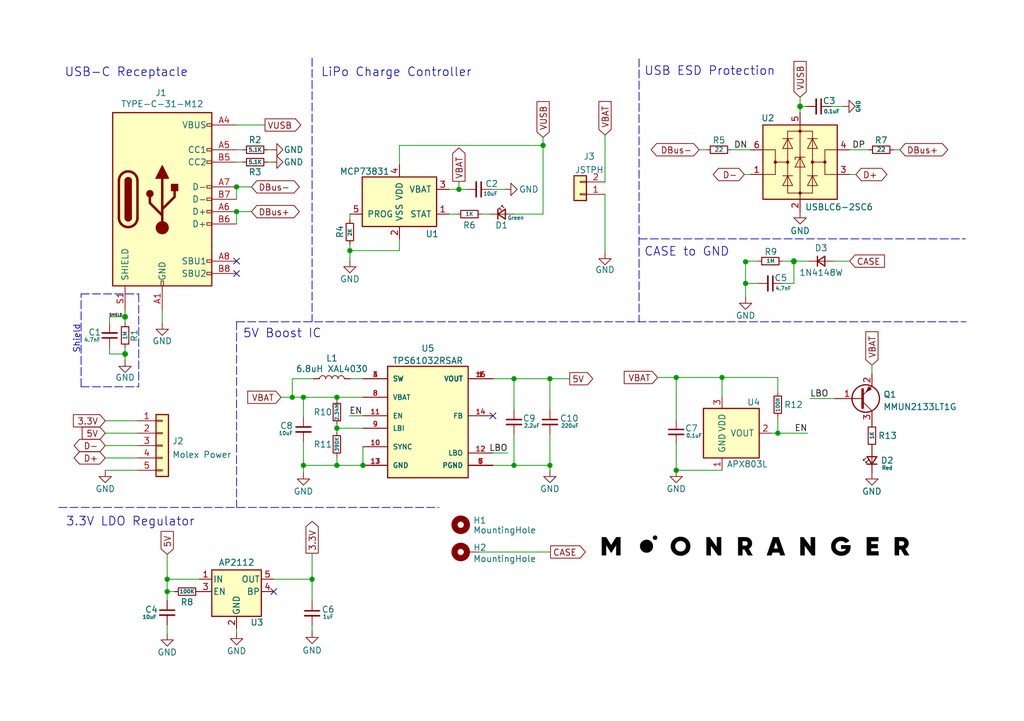
<source format=kicad_sch>
(kicad_sch (version 20211123) (generator eeschema)
  (paper "A5")
  (title_block (title "Luna65 Daughter Board") (date "2022-03-04") (rev "C") (company "Neil Khera"))
  (lib_symbols
    (symbol "Battery_Management:MCP73831-2-OT" (pin_names (offset 1.016))
      (property "Reference" "U" (at -7.62 6.35 0))
      (property "Value" "MCP73831-2-OT" (at 1.27 6.35 0))
      (symbol "MCP73831-2-OT_0_1"
        (rectangle (start -7.62 5.08) (end 7.62 -5.08) (stroke (width 0.254)) (fill (type background)))
      )
      (symbol "MCP73831-2-OT_1_1"
        (pin output line (at 10.16 -2.54 180) (length 2.54) (name "STAT") (number "1"))
        (pin power_in line (at 0 -7.62 90) (length 2.54) (name "VSS") (number "2"))
        (pin power_out line (at 10.16 2.54 180) (length 2.54) (name "VBAT") (number "3"))
        (pin power_in line (at 0 7.62 270) (length 2.54) (name "VDD") (number "4"))
        (pin input line (at -10.16 -2.54 0) (length 2.54) (name "PROG") (number "5"))
      )
    )
    (symbol "Connector_Generic:Conn_01x02" (pin_names (offset 1.016) hide)
      (property "Reference" "J" (at 0 2.54 0))
      (property "Value" "Conn_01x02" (at 0 -5.08 0))
      (symbol "Conn_01x02_1_1"
        (rectangle (start -1.27 -2.413) (end 0 -2.667) (stroke (width 0.1524)))
        (rectangle (start -1.27 0.127) (end 0 -0.127) (stroke (width 0.1524)))
        (rectangle (start -1.27 1.27) (end 1.27 -3.81) (stroke (width 0.254)) (fill (type background)))
        (pin passive line (at -5.08 0 0) (length 3.81) (name "Pin_1") (number "1"))
        (pin passive line (at -5.08 -2.54 0) (length 3.81) (name "Pin_2") (number "2"))
      )
    )
    (symbol "Connector_Generic:Conn_01x05" (pin_names (offset 1.016) hide)
      (property "Reference" "J" (at 0 7.62 0))
      (property "Value" "Conn_01x05" (at 0 -7.62 0))
      (symbol "Conn_01x05_1_1"
        (rectangle (start -1.27 -4.953) (end 0 -5.207) (stroke (width 0.1524)))
        (rectangle (start -1.27 -2.413) (end 0 -2.667) (stroke (width 0.1524)))
        (rectangle (start -1.27 0.127) (end 0 -0.127) (stroke (width 0.1524)))
        (rectangle (start -1.27 2.667) (end 0 2.413) (stroke (width 0.1524)))
        (rectangle (start -1.27 5.207) (end 0 4.953) (stroke (width 0.1524)))
        (rectangle (start -1.27 6.35) (end 1.27 -6.35) (stroke (width 0.254)) (fill (type background)))
        (pin passive line (at -5.08 5.08 0) (length 3.81) (name "Pin_1") (number "1"))
        (pin passive line (at -5.08 2.54 0) (length 3.81) (name "Pin_2") (number "2"))
        (pin passive line (at -5.08 0 0) (length 3.81) (name "Pin_3") (number "3"))
        (pin passive line (at -5.08 -2.54 0) (length 3.81) (name "Pin_4") (number "4"))
        (pin passive line (at -5.08 -5.08 0) (length 3.81) (name "Pin_5") (number "5"))
      )
    )
    (symbol "Device:C_Small" (pin_numbers hide) (pin_names (offset 0.254) hide)
      (property "Reference" "C" (at 0.254 1.778 0))
      (property "Value" "C_Small" (at 0.254 -2.032 0))
      (symbol "C_Small_0_1"
        (polyline (pts (xy -1.524 -0.508) (xy 1.524 -0.508)) (stroke (width 0.3302)))
        (polyline (pts (xy -1.524 0.508) (xy 1.524 0.508)) (stroke (width 0.3048)))
      )
      (symbol "C_Small_1_1"
        (pin passive line (at 0 2.54 270) (length 2.032) (name "~") (number "1"))
        (pin passive line (at 0 -2.54 90) (length 2.032) (name "~") (number "2"))
      )
    )
    (symbol "Device:D_Small" (pin_numbers hide) (pin_names (offset 0.254) hide)
      (property "Reference" "D" (at -1.27 2.032 0))
      (property "Value" "D_Small" (at -3.81 -2.032 0))
      (symbol "D_Small_0_1"
        (polyline (pts (xy -0.762 -1.016) (xy -0.762 1.016)) (stroke (width 0.254)))
        (polyline (pts (xy -0.762 0) (xy 0.762 0)))
        (polyline (pts (xy 0.762 -1.016) (xy -0.762 0) (xy 0.762 1.016) (xy 0.762 -1.016)) (stroke (width 0.254)))
      )
      (symbol "D_Small_1_1"
        (pin passive line (at -2.54 0 0) (length 1.778) (name "K") (number "1"))
        (pin passive line (at 2.54 0 180) (length 1.778) (name "A") (number "2"))
      )
    )
    (symbol "Device:L" (pin_numbers hide) (pin_names (offset 1.016) hide)
      (property "Reference" "L" (at -1.27 0 90))
      (property "Value" "L" (at 1.905 0 90))
      (symbol "L_0_1"
        (arc (start 0 -2.54) (mid 0.635 -1.905) (end 0 -1.27))
        (arc (start 0 -1.27) (mid 0.635 -0.635) (end 0 0))
        (arc (start 0 0) (mid 0.635 0.635) (end 0 1.27))
        (arc (start 0 1.27) (mid 0.635 1.905) (end 0 2.54))
      )
      (symbol "L_1_1"
        (pin passive line (at 0 3.81 270) (length 1.27) (name "1") (number "1"))
        (pin passive line (at 0 -3.81 90) (length 1.27) (name "2") (number "2"))
      )
    )
    (symbol "Device:LED_Small" (pin_numbers hide) (pin_names (offset 0.254) hide)
      (property "Reference" "D" (at -1.27 3.175 0))
      (property "Value" "LED_Small" (at -4.445 -2.54 0))
      (symbol "LED_Small_0_1"
        (polyline (pts (xy -0.762 -1.016) (xy -0.762 1.016)) (stroke (width 0.254)))
        (polyline (pts (xy 1.016 0) (xy -0.762 0)))
        (polyline (pts (xy 0.762 -1.016) (xy -0.762 0) (xy 0.762 1.016) (xy 0.762 -1.016)) (stroke (width 0.254)))
        (polyline (pts (xy 0 0.762) (xy -0.508 1.27) (xy -0.254 1.27) (xy -0.508 1.27) (xy -0.508 1.016)))
        (polyline (pts (xy 0.508 1.27) (xy 0 1.778) (xy 0.254 1.778) (xy 0 1.778) (xy 0 1.524)))
      )
      (symbol "LED_Small_1_1"
        (pin passive line (at -2.54 0 0) (length 1.778) (name "K") (number "1"))
        (pin passive line (at 2.54 0 180) (length 1.778) (name "A") (number "2"))
      )
    )
    (symbol "Device:R_Small" (pin_numbers hide) (pin_names (offset 0.254) hide)
      (property "Reference" "R" (at 0.762 0.508 0))
      (property "Value" "R_Small" (at 0.762 -1.016 0))
      (symbol "R_Small_0_1"
        (rectangle (start -0.762 1.778) (end 0.762 -1.778) (stroke (width 0.2032)))
      )
      (symbol "R_Small_1_1"
        (pin passive line (at 0 2.54 270) (length 0.762) (name "~") (number "1"))
        (pin passive line (at 0 -2.54 90) (length 0.762) (name "~") (number "2"))
      )
    )
    (symbol "Mechanical:MountingHole" (pin_names (offset 1.016))
      (property "Reference" "H" (at 0 5.08 0))
      (property "Value" "MountingHole" (at 0 3.175 0))
      (symbol "MountingHole_0_1"
        (circle (center 0 0) (radius 1.27) (stroke (width 1.27)))
      )
    )
    (symbol "Mechanical:MountingHole_Pad" (pin_numbers hide) (pin_names (offset 1.016) hide)
      (property "Reference" "H" (at 0 6.35 0))
      (property "Value" "MountingHole_Pad" (at 0 4.445 0))
      (symbol "MountingHole_Pad_0_1"
        (circle (center 0 1.27) (radius 1.27) (stroke (width 1.27)))
      )
      (symbol "MountingHole_Pad_1_1"
        (pin input line (at 0 -2.54 90) (length 2.54) (name "1") (number "1"))
      )
    )
    (symbol "Power_Management:BD49KxxG" (pin_names (offset 1.016))
      (property "Reference" "U" (at -3.81 6.35 0))
      (property "Value" "BD49KxxG" (at -5.08 0 90))
      (symbol "BD49KxxG_1_1"
        (rectangle (start -3.81 5.08) (end 7.62 -5.08) (stroke (width 0.254)) (fill (type background)))
        (pin power_in line (at 0 -7.62 90) (length 2.54) (name "GND") (number "1"))
        (pin output line (at 10.16 0 180) (length 2.54) (name "VOUT") (number "2"))
        (pin power_in line (at 0 7.62 270) (length 2.54) (name "VDD") (number "3"))
      )
    )
    (symbol "Power_Protection:USBLC6-2SC6" (pin_names hide)
      (property "Reference" "U" (at 2.54 8.89 0))
      (property "Value" "USBLC6-2SC6" (at 2.54 -8.89 0))
      (symbol "USBLC6-2SC6_0_1"
        (rectangle (start -7.62 -7.62) (end 7.62 7.62) (stroke (width 0.254)) (fill (type background)))
        (circle (center -5.08 0) (radius 0.254) (fill (type outline)))
        (circle (center -2.54 0) (radius 0.254) (fill (type outline)))
        (rectangle (start -2.54 6.35) (end 2.54 -6.35))
        (circle (center 0 -6.35) (radius 0.254) (fill (type outline)))
        (polyline (pts (xy -5.08 -2.54) (xy -7.62 -2.54)))
        (polyline (pts (xy -5.08 0) (xy -5.08 -2.54)))
        (polyline (pts (xy -5.08 2.54) (xy -7.62 2.54)))
        (polyline (pts (xy -1.524 -2.794) (xy -3.556 -2.794)))
        (polyline (pts (xy -1.524 4.826) (xy -3.556 4.826)))
        (polyline (pts (xy 0 -7.62) (xy 0 -6.35)))
        (polyline (pts (xy 0 -6.35) (xy 0 1.27)))
        (polyline (pts (xy 0 1.27) (xy 0 6.35)))
        (polyline (pts (xy 0 6.35) (xy 0 7.62)))
        (polyline (pts (xy 1.524 -2.794) (xy 3.556 -2.794)))
        (polyline (pts (xy 1.524 4.826) (xy 3.556 4.826)))
        (polyline (pts (xy 5.08 -2.54) (xy 7.62 -2.54)))
        (polyline (pts (xy 5.08 0) (xy 5.08 -2.54)))
        (polyline (pts (xy 5.08 2.54) (xy 7.62 2.54)))
        (polyline (pts (xy -2.54 0) (xy -5.08 0) (xy -5.08 2.54)))
        (polyline (pts (xy 2.54 0) (xy 5.08 0) (xy 5.08 2.54)))
        (polyline (pts (xy -3.556 -4.826) (xy -1.524 -4.826) (xy -2.54 -2.794) (xy -3.556 -4.826)))
        (polyline (pts (xy -3.556 2.794) (xy -1.524 2.794) (xy -2.54 4.826) (xy -3.556 2.794)))
        (polyline (pts (xy -1.016 -1.016) (xy 1.016 -1.016) (xy 0 1.016) (xy -1.016 -1.016)))
        (polyline (pts (xy 1.016 1.016) (xy 0.762 1.016) (xy -1.016 1.016) (xy -1.016 0.508)))
        (polyline (pts (xy 3.556 -4.826) (xy 1.524 -4.826) (xy 2.54 -2.794) (xy 3.556 -4.826)))
        (polyline (pts (xy 3.556 2.794) (xy 1.524 2.794) (xy 2.54 4.826) (xy 3.556 2.794)))
        (circle (center 0 6.35) (radius 0.254) (fill (type outline)))
        (circle (center 2.54 0) (radius 0.254) (fill (type outline)))
        (circle (center 5.08 0) (radius 0.254) (fill (type outline)))
      )
      (symbol "USBLC6-2SC6_1_1"
        (pin passive line (at -10.16 -2.54 0) (length 2.54) (name "I/O1") (number "1"))
        (pin passive line (at 0 -10.16 90) (length 2.54) (name "GND") (number "2"))
        (pin passive line (at 10.16 -2.54 180) (length 2.54) (name "I/O2") (number "3"))
        (pin passive line (at 10.16 2.54 180) (length 2.54) (name "I/O2") (number "4"))
        (pin passive line (at 0 10.16 270) (length 2.54) (name "VBUS") (number "5"))
        (pin passive line (at -10.16 2.54 0) (length 2.54) (name "I/O1") (number "6"))
      )
    )
    (symbol "Regulator_Linear:SPX3819M5-L-3-3" (pin_names (offset 0.254))
      (property "Reference" "U" (at -3.81 5.715 0))
      (property "Value" "SPX3819M5-L-3-3" (at 0 5.715 0))
      (symbol "SPX3819M5-L-3-3_0_1"
        (rectangle (start -5.08 4.445) (end 5.08 -5.08) (stroke (width 0.254)) (fill (type background)))
      )
      (symbol "SPX3819M5-L-3-3_1_1"
        (pin power_in line (at -7.62 2.54 0) (length 2.54) (name "IN") (number "1"))
        (pin power_in line (at 0 -7.62 90) (length 2.54) (name "GND") (number "2"))
        (pin input line (at -7.62 0 0) (length 2.54) (name "EN") (number "3"))
        (pin input line (at 7.62 0 180) (length 2.54) (name "BP") (number "4"))
        (pin power_out line (at 7.62 2.54 180) (length 2.54) (name "OUT") (number "5"))
      )
    )
    (symbol "TPS61032RSAR:TPS61032RSAR" (pin_names (offset 1.016))
      (property "Reference" "U5" (at -4.445 18.9398 0))
      (property "Value" "TPS61032RSAR" (at -4.445 16.4029 0))
      (symbol "TPS61032RSAR_0_0"
        (rectangle (start -12.7 15.24) (end 3.81 -7.62) (stroke (width 0.254)) (fill (type background)))
        (pin output line (at 8.89 12.7 180) (length 5.08) (name "VOUT") (number "1"))
        (pin input line (at -17.78 -1.27 0) (length 5.08) (name "SYNC") (number "10"))
        (pin input line (at -17.78 5.08 0) (length 5.08) (name "EN") (number "11"))
        (pin output line (at 8.89 -2.54 180) (length 5.08) (name "LBO") (number "12"))
        (pin power_in line (at -17.78 -5.08 0) (length 5.08) (name "GND") (number "13"))
        (pin input line (at 8.89 5.08 180) (length 5.08) (name "FB") (number "14"))
        (pin output line (at 8.89 12.7 180) (length 5.08) (name "VOUT") (number "15"))
        (pin output line (at 8.89 12.7 180) (length 5.08) (name "VOUT") (number "16"))
        (pin power_in line (at -17.78 -5.08 0) (length 5.08) (name "GND") (number "17"))
        (pin input line (at -17.78 12.7 0) (length 5.08) (name "SW") (number "3"))
        (pin input line (at -17.78 12.7 0) (length 5.08) (name "SW") (number "4"))
        (pin power_in line (at 8.89 -5.08 180) (length 5.08) (name "PGND") (number "5"))
        (pin power_in line (at 8.89 -5.08 180) (length 5.08) (name "PGND") (number "6"))
        (pin power_in line (at 8.89 -5.08 180) (length 5.08) (name "PGND") (number "7"))
        (pin power_in line (at -17.78 8.89 0) (length 5.08) (name "VBAT") (number "8"))
        (pin input line (at -17.78 2.54 0) (length 5.08) (name "LBI") (number "9"))
      )
    )
    (symbol "Transistor_BJT:MMBTA92" (pin_names (offset 0) hide)
      (property "Reference" "Q" (at 5.08 1.905 0))
      (property "Value" "MMBTA92" (at 5.08 0 0))
      (symbol "MMBTA92_0_1"
        (polyline (pts (xy 0 0) (xy 0.635 0)))
        (polyline (pts (xy 2.54 -2.54) (xy 0.635 -0.635)))
        (polyline (pts (xy 2.54 2.54) (xy 0.635 0.635)))
        (polyline (pts (xy 0.635 1.905) (xy 0.635 -1.905) (xy 0.635 -1.905)) (stroke (width 0.508)) (fill (type outline)))
        (polyline (pts (xy 1.905 -2.413) (xy 2.413 -1.905) (xy 1.397 -1.397) (xy 1.905 -2.413) (xy 1.905 -2.413)) (fill (type outline)))
        (circle (center 1.27 0) (radius 2.8194) (stroke (width 0.254)))
      )
      (symbol "MMBTA92_1_1"
        (pin input line (at -5.08 0 0) (length 5.08) (name "B") (number "1"))
        (pin passive line (at 2.54 -5.08 90) (length 2.54) (name "E") (number "2"))
        (pin passive line (at 2.54 5.08 270) (length 2.54) (name "C") (number "3"))
      )
    )
    (symbol "acheron_Symbols:TYPE-C-31-M-12" (pin_names (offset 1.016))
      (property "Reference" "J" (at 0 24.13 0))
      (property "Value" "TYPE-C-31-M-12" (at 0 21.59 0))
      (symbol "TYPE-C-31-M-12_0_0"
        (rectangle (start -0.254 -16.51) (end 0.254 -15.494))
        (rectangle (start 10.16 -13.716) (end 9.144 -14.224))
        (rectangle (start 10.16 -11.176) (end 9.144 -11.684))
        (rectangle (start 10.16 -3.556) (end 9.144 -4.064))
        (rectangle (start 10.16 -1.016) (end 9.144 -1.524))
        (rectangle (start 10.16 1.524) (end 9.144 1.016))
        (rectangle (start 10.16 4.064) (end 9.144 3.556))
        (rectangle (start 10.16 9.144) (end 9.144 8.636))
        (rectangle (start 10.16 11.684) (end 9.144 11.176))
        (rectangle (start 10.16 16.764) (end 9.144 16.256))
      )
      (symbol "TYPE-C-31-M-12_0_1"
        (rectangle (start -10.16 19.05) (end 10.16 -16.51) (stroke (width 0.254)) (fill (type background)))
        (arc (start -8.89 -2.54) (mid -6.985 -4.445) (end -5.08 -2.54) (stroke (width 0.508)))
        (arc (start -7.62 -2.54) (mid -6.985 -3.175) (end -6.35 -2.54) (stroke (width 0.254)))
        (arc (start -7.62 -2.54) (mid -6.985 -3.175) (end -6.35 -2.54) (stroke (width 0.254)) (fill (type outline)))
        (rectangle (start -7.62 -2.54) (end -6.35 5.08) (stroke (width 0.254)) (fill (type outline)))
        (arc (start -6.35 5.08) (mid -6.985 5.715) (end -7.62 5.08) (stroke (width 0.254)))
        (arc (start -6.35 5.08) (mid -6.985 5.715) (end -7.62 5.08) (stroke (width 0.254)) (fill (type outline)))
        (arc (start -5.08 5.08) (mid -6.985 6.985) (end -8.89 5.08) (stroke (width 0.508)))
        (circle (center -2.54 2.413) (radius 0.635) (stroke (width 0.254)) (fill (type outline)))
        (circle (center 0 -4.572) (radius 1.27) (fill (type outline)))
        (polyline (pts (xy -8.89 -2.54) (xy -8.89 5.08)) (stroke (width 0.508)))
        (polyline (pts (xy -5.08 5.08) (xy -5.08 -2.54)) (stroke (width 0.508)))
        (polyline (pts (xy 0 -4.572) (xy 0 5.588)) (stroke (width 0.508)))
        (polyline (pts (xy 0 -2.032) (xy -2.54 0.508) (xy -2.54 1.778)) (stroke (width 0.508)))
        (polyline (pts (xy 0 -0.762) (xy 2.54 1.778) (xy 2.54 3.048)) (stroke (width 0.508)))
        (polyline (pts (xy -1.27 5.588) (xy 0 8.128) (xy 1.27 5.588) (xy -1.27 5.588)) (stroke (width 0.254)) (fill (type outline)))
        (rectangle (start 1.905 3.048) (end 3.175 4.318) (stroke (width 0.254)) (fill (type outline)))
      )
      (symbol "TYPE-C-31-M-12_1_1"
        (pin passive line (at 0 -21.59 90) (length 5.08) (name "GND") (number "A1"))
        (pin passive line (at 15.24 16.51 180) (length 5.08) (name "VBUS") (number "A4"))
        (pin bidirectional line (at 15.24 11.43 180) (length 5.08) (name "CC1") (number "A5"))
        (pin bidirectional line (at 15.24 -1.27 180) (length 5.08) (name "D+") (number "A6"))
        (pin bidirectional line (at 15.24 3.81 180) (length 5.08) (name "D-") (number "A7"))
        (pin bidirectional line (at 15.24 -11.43 180) (length 5.08) (name "SBU1") (number "A8"))
        (pin passive line (at 0 -21.59 90) (length 5.08) hide (name "GND") (number "B1"))
        (pin passive line (at 15.24 16.51 180) (length 5.08) hide (name "VBUS") (number "B4"))
        (pin bidirectional line (at 15.24 8.89 180) (length 5.08) (name "CC2") (number "B5"))
        (pin bidirectional line (at 15.24 -3.81 180) (length 5.08) (name "D+") (number "B6"))
        (pin bidirectional line (at 15.24 1.27 180) (length 5.08) (name "D-") (number "B7"))
        (pin bidirectional line (at 15.24 -13.97 180) (length 5.08) (name "SBU2") (number "B8"))
        (pin passive line (at -7.62 -21.59 90) (length 5.08) (name "SHIELD") (number "S1"))
      )
    )
    (symbol "power:GND" (power) (pin_names (offset 0))
      (property "Value" "GND" (at 0 -3.81 0))
      (symbol "GND_0_1"
        (polyline (pts (xy 0 0) (xy 0 -1.27) (xy 1.27 -1.27) (xy 0 -2.54) (xy -1.27 -1.27) (xy 0 -1.27)))
      )
      (symbol "GND_1_1"
        (pin power_in line (at 0 0 270) (length 0) hide (name "GND") (number "1"))
      )
    )
  )
  (junction (at 138.684 96.52))
  (junction (at 69.088 81.534))
  (junction (at 34.29 118.872))
  (junction (at 164.084 21.844) (diameter 1.016))
  (junction (at 152.908 58.166))
  (junction (at 94.107 38.862))
  (junction (at 74.422 95.504))
  (junction (at 162.814 53.721))
  (junction (at 69.088 95.504))
  (junction (at 59.944 81.534))
  (junction (at 105.41 77.724))
  (junction (at 62.23 95.504))
  (junction (at 162.814 53.594) (diameter 1.016))
  (junction (at 138.684 77.47))
  (junction (at 112.776 95.504))
  (junction (at 152.908 53.721))
  (junction (at 71.755 51.435))
  (junction (at 34.29 121.412))
  (junction (at 48.514 43.434))
  (junction (at 48.514 38.354))
  (junction (at 25.654 65.024) (diameter 1.016))
  (junction (at 148.082 77.47))
  (junction (at 62.23 81.534))
  (junction (at 111.379 29.845))
  (junction (at 25.654 72.644) (diameter 1.016))
  (junction (at 64.008 118.872))
  (junction (at 112.776 77.724))
  (junction (at 69.088 87.884))
  (junction (at 105.41 95.504))
  (junction (at 159.512 88.9))
  (no_connect (at 56.134 121.412))
  (no_connect (at 48.514 53.594))
  (no_connect (at 48.514 56.134))
  (no_connect (at 101.092 85.344))
  (wire (pts (xy 48.514 25.654) (xy 54.356 25.654)))
  (wire (pts (xy 100.711 38.862) (xy 103.505 38.862)))
  (wire (pts (xy 138.684 96.52) (xy 148.082 96.52)))
  (wire (pts (xy 71.755 50.165) (xy 71.755 51.435)))
  (wire (pts (xy 64.008 118.872) (xy 64.008 113.538)))
  (wire (pts (xy 105.41 95.504) (xy 112.776 95.504)))
  (wire (pts (xy 164.084 23.114) (xy 164.084 21.844)))
  (wire (pts (xy 105.41 77.724) (xy 112.776 77.724)))
  (wire (pts (xy 148.082 77.47) (xy 159.512 77.47)))
  (wire (pts (xy 124.079 27.686) (xy 124.079 37.338)))
  (wire (pts (xy 25.654 65.024) (xy 22.479 65.024)))
  (polyline (pts (xy 12.065 104.14) (xy 90.043 104.14)))
  (wire (pts (xy 112.776 77.724) (xy 112.776 84.074)))
  (wire (pts (xy 81.915 51.435) (xy 81.915 49.022)))
  (wire (pts (xy 62.23 95.504) (xy 69.088 95.504)))
  (wire (pts (xy 74.422 91.694) (xy 74.422 95.504)))
  (wire (pts (xy 94.107 37.211) (xy 94.107 38.862)))
  (wire (pts (xy 21.59 96.52) (xy 28.194 96.52)))
  (wire (pts (xy 105.41 89.154) (xy 105.41 95.504)))
  (wire (pts (xy 57.658 81.534) (xy 59.944 81.534)))
  (wire (pts (xy 62.23 90.678) (xy 62.23 95.504)))
  (wire (pts (xy 159.512 77.47) (xy 159.512 80.518)))
  (wire (pts (xy 162.814 58.166) (xy 160.528 58.166)))
  (polyline (pts (xy 131.064 12.065) (xy 131.064 66.04)))
  (wire (pts (xy 160.528 53.594) (xy 162.814 53.594)))
  (wire (pts (xy 152.908 53.721) (xy 152.908 58.166)))
  (wire (pts (xy 59.944 77.724) (xy 59.944 81.534)))
  (wire (pts (xy 35.814 121.412) (xy 34.29 121.412)))
  (wire (pts (xy 71.755 51.435) (xy 71.755 53.467)))
  (wire (pts (xy 105.41 77.724) (xy 105.41 84.074)))
  (wire (pts (xy 152.908 53.594) (xy 152.908 53.721)))
  (wire (pts (xy 138.684 77.47) (xy 148.082 77.47)))
  (wire (pts (xy 21.59 88.9) (xy 28.194 88.9)))
  (wire (pts (xy 48.514 43.434) (xy 48.514 45.974)))
  (wire (pts (xy 69.088 87.122) (xy 69.088 87.884)))
  (wire (pts (xy 71.628 85.344) (xy 74.422 85.344)))
  (wire (pts (xy 148.082 81.28) (xy 148.082 77.47)))
  (wire (pts (xy 69.088 82.042) (xy 69.088 81.534)))
  (wire (pts (xy 64.262 77.724) (xy 59.944 77.724)))
  (polyline (pts (xy 64.008 11.938) (xy 64.008 66.04)))
  (wire (pts (xy 69.088 81.534) (xy 74.422 81.534)))
  (wire (pts (xy 152.908 58.166) (xy 155.448 58.166)))
  (wire (pts (xy 22.479 71.374) (xy 22.479 72.644)))
  (wire (pts (xy 92.075 43.942) (xy 93.726 43.942)))
  (polyline (pts (xy 16.637 79.375) (xy 28.448 79.375)))
  (wire (pts (xy 101.092 95.504) (xy 105.41 95.504)))
  (wire (pts (xy 48.514 129.032) (xy 48.514 129.794)))
  (wire (pts (xy 152.908 58.166) (xy 152.908 60.96)))
  (wire (pts (xy 64.008 128.397) (xy 64.008 129.54)))
  (wire (pts (xy 64.008 118.872) (xy 64.008 123.317)))
  (wire (pts (xy 34.29 113.792) (xy 34.29 118.872)))
  (wire (pts (xy 25.654 72.644) (xy 25.654 73.914)))
  (wire (pts (xy 138.684 96.52) (xy 138.684 91.186)))
  (wire (pts (xy 56.134 118.872) (xy 64.008 118.872)))
  (wire (pts (xy 69.088 87.884) (xy 74.422 87.884)))
  (wire (pts (xy 62.23 95.504) (xy 62.23 97.028)))
  (wire (pts (xy 158.242 88.9) (xy 159.512 88.9)))
  (wire (pts (xy 34.29 128.27) (xy 34.29 130.048)))
  (wire (pts (xy 48.514 43.434) (xy 51.562 43.434)))
  (wire (pts (xy 69.088 95.504) (xy 74.422 95.504)))
  (polyline (pts (xy 16.637 60.325) (xy 28.448 60.325)) (stroke (width 0) (type dash)))
  (wire (pts (xy 165.354 21.844) (xy 164.084 21.844)))
  (wire (pts (xy 48.514 38.354) (xy 48.514 40.894)))
  (wire (pts (xy 112.776 96.52) (xy 112.776 95.504)))
  (wire (pts (xy 98.298 113.284) (xy 112.903 113.284)))
  (wire (pts (xy 54.864 33.274) (xy 55.499 33.274)))
  (wire (pts (xy 112.776 77.724) (xy 116.84 77.724)))
  (wire (pts (xy 162.814 53.594) (xy 165.862 53.594)))
  (wire (pts (xy 164.084 19.939) (xy 164.084 21.844)))
  (wire (pts (xy 152.654 35.814) (xy 153.924 35.814)))
  (wire (pts (xy 22.479 72.644) (xy 25.654 72.644)))
  (polyline (pts (xy 28.448 60.325) (xy 28.448 79.375)) (stroke (width 0) (type dash)))
  (wire (pts (xy 111.379 29.845) (xy 111.379 43.942)))
  (wire (pts (xy 174.244 35.814) (xy 175.514 35.814)))
  (wire (pts (xy 33.274 63.754) (xy 33.274 66.294)))
  (wire (pts (xy 101.092 77.724) (xy 105.41 77.724)))
  (wire (pts (xy 34.29 118.872) (xy 40.894 118.872)))
  (wire (pts (xy 81.915 29.845) (xy 111.379 29.845)))
  (wire (pts (xy 62.23 81.534) (xy 62.23 85.598)))
  (wire (pts (xy 162.814 53.721) (xy 162.814 58.166)))
  (wire (pts (xy 183.261 30.734) (xy 184.531 30.734)))
  (wire (pts (xy 34.29 118.872) (xy 34.29 121.412)))
  (wire (pts (xy 166.116 81.788) (xy 171.196 81.788)))
  (wire (pts (xy 159.512 88.9) (xy 165.608 88.9)))
  (wire (pts (xy 143.383 30.734) (xy 144.907 30.734)))
  (polyline (pts (xy 48.514 66.04) (xy 198.12 66.04)))
  (wire (pts (xy 54.864 30.734) (xy 55.499 30.734)))
  (wire (pts (xy 112.776 89.154) (xy 112.776 95.504)))
  (wire (pts (xy 134.874 77.47) (xy 138.684 77.47)))
  (polyline (pts (xy 16.637 79.375) (xy 16.637 60.325)) (stroke (width 0) (type dash)))
  (wire (pts (xy 81.915 29.845) (xy 81.915 33.782)))
  (wire (pts (xy 25.654 63.754) (xy 25.654 65.024)))
  (wire (pts (xy 155.448 53.594) (xy 152.908 53.594)))
  (wire (pts (xy 170.434 21.844) (xy 172.847 21.844)))
  (wire (pts (xy 149.987 30.734) (xy 153.924 30.734)))
  (polyline (pts (xy 131.064 49.022) (xy 197.993 49.022)) (stroke (width 0) (type dash)))
  (wire (pts (xy 124.079 39.878) (xy 124.079 51.816)))
  (wire (pts (xy 21.59 86.36) (xy 28.194 86.36)))
  (wire (pts (xy 94.107 38.862) (xy 95.631 38.862)))
  (wire (pts (xy 111.379 28.194) (xy 111.379 29.845)))
  (wire (pts (xy 25.654 65.024) (xy 25.654 66.294)))
  (wire (pts (xy 98.806 43.942) (xy 100.33 43.942)))
  (polyline (pts (xy 48.514 66.04) (xy 48.514 104.14)))
  (wire (pts (xy 71.755 43.942) (xy 71.755 45.085)))
  (wire (pts (xy 92.075 38.862) (xy 94.107 38.862)))
  (wire (pts (xy 111.379 43.942) (xy 105.41 43.942)))
  (wire (pts (xy 138.684 86.106) (xy 138.684 77.47)))
  (wire (pts (xy 21.59 91.44) (xy 28.194 91.44)))
  (wire (pts (xy 101.092 92.964) (xy 104.14 92.964)))
  (wire (pts (xy 48.514 38.354) (xy 51.562 38.354)))
  (wire (pts (xy 71.755 51.435) (xy 81.915 51.435)))
  (wire (pts (xy 25.654 72.644) (xy 25.654 71.374)))
  (wire (pts (xy 21.59 93.98) (xy 28.194 93.98)))
  (wire (pts (xy 59.944 81.534) (xy 62.23 81.534)))
  (wire (pts (xy 170.942 53.594) (xy 174.244 53.594)))
  (wire (pts (xy 71.882 77.724) (xy 74.422 77.724)))
  (wire (pts (xy 69.088 93.726) (xy 69.088 95.504)))
  (wire (pts (xy 62.23 81.534) (xy 69.088 81.534)))
  (wire (pts (xy 48.514 33.274) (xy 49.784 33.274)))
  (wire (pts (xy 159.512 85.598) (xy 159.512 88.9)))
  (wire (pts (xy 162.814 53.594) (xy 162.814 53.721)))
  (wire (pts (xy 34.29 121.412) (xy 34.29 123.19)))
  (wire (pts (xy 48.514 30.734) (xy 49.784 30.734)))
  (wire (pts (xy 174.244 30.734) (xy 178.181 30.734)))
  (wire (pts (xy 22.479 65.024) (xy 22.479 66.294)))
  (wire (pts (xy 69.088 87.884) (xy 69.088 88.646)))
  (wire (pts (xy 178.816 74.93) (xy 178.816 76.708)))
  (image (at 154.94 112.014) (scale 0.142694))
  (text "3.3V LDO Regulator" (at 13.462 108.204 0) (effects (font (size 1.778 1.778)) (justify left bottom)))
  (text "5V Boost IC" (at 49.784 69.596 0) (effects (font (size 1.778 1.778)) (justify left bottom)))
  (text "CASE to GND" (at 132.08 52.832 0) (effects (font (size 1.778 1.778)) (justify left bottom)))
  (text "USB-C Receptacle" (at 13.208 16.002 0) (effects (font (size 1.778 1.778)) (justify left bottom)))
  (text "LiPo Charge Controller" (at 65.786 16.002 0) (effects (font (size 1.778 1.778)) (justify left bottom)))
  (text "Shield" (at 16.51 72.644 90) (effects (font (size 1.27 1.27)) (justify left bottom)))
  (text "USB ESD Protection" (at 132.08 15.748 0) (effects (font (size 1.778 1.778)) (justify left bottom)))
  (label "LBO" (at 104.14 92.964 180))
  (label "EN" (at 165.608 88.9 180))
  (label "SHIELD" (at 25.146 65.024 180) (effects (font (size 0.508 0.508))))
  (label "DP" (at 174.752 30.734 0))
  (label "LBO" (at 166.116 81.788 0))
  (label "EN" (at 71.628 85.344 0))
  (label "DN" (at 150.495 30.734 0))
  (global_label "5V" (shape output) (at 116.84 77.724 0) (property "Intersheet References" "${INTERSHEET_REFS}" (effects hide)))
  (global_label "3.3V" (shape output) (at 64.008 113.538 90) (property "Intersheet References" "${INTERSHEET_REFS}" (effects hide)))
  (global_label "VBAT" (shape input) (at 178.816 74.93 90) (property "Intersheet References" "${INTERSHEET_REFS}" (effects hide)))
  (global_label "D-" (shape bidirectional) (at 152.654 35.814 180) (property "Intersheet References" "${INTERSHEET_REFS}" (effects hide)))
  (global_label "VBAT" (shape output) (at 94.107 37.211 90) (property "Intersheet References" "${INTERSHEET_REFS}" (effects hide)))
  (global_label "DBus-" (shape bidirectional) (at 51.562 38.354 0) (property "Intersheet References" "${INTERSHEET_REFS}" (effects hide)))
  (global_label "D-" (shape bidirectional) (at 21.59 91.44 180) (property "Intersheet References" "${INTERSHEET_REFS}" (effects hide)))
  (global_label "5V" (shape input) (at 34.29 113.792 90) (property "Intersheet References" "${INTERSHEET_REFS}" (effects hide)))
  (global_label "VUSB" (shape output) (at 54.356 25.654 0) (property "Intersheet References" "${INTERSHEET_REFS}" (effects hide)))
  (global_label "D+" (shape bidirectional) (at 21.59 93.98 180) (property "Intersheet References" "${INTERSHEET_REFS}" (effects hide)))
  (global_label "VBAT" (shape input) (at 134.874 77.47 180) (property "Intersheet References" "${INTERSHEET_REFS}" (effects hide)))
  (global_label "DBus+" (shape bidirectional) (at 184.531 30.734 0) (property "Intersheet References" "${INTERSHEET_REFS}" (effects hide)))
  (global_label "CASE" (shape input) (at 174.244 53.594 0) (property "Intersheet References" "${INTERSHEET_REFS}" (effects hide)))
  (global_label "VUSB" (shape input) (at 111.379 28.194 90) (property "Intersheet References" "${INTERSHEET_REFS}" (effects hide)))
  (global_label "DBus-" (shape bidirectional) (at 143.383 30.734 180) (property "Intersheet References" "${INTERSHEET_REFS}" (effects hide)))
  (global_label "5V" (shape input) (at 21.59 88.9 180) (property "Intersheet References" "${INTERSHEET_REFS}" (effects hide)))
  (global_label "DBus+" (shape bidirectional) (at 51.562 43.434 0) (property "Intersheet References" "${INTERSHEET_REFS}" (effects hide)))
  (global_label "3.3V" (shape input) (at 21.59 86.36 180) (property "Intersheet References" "${INTERSHEET_REFS}" (effects hide)))
  (global_label "VBAT" (shape input) (at 57.658 81.534 180) (property "Intersheet References" "${INTERSHEET_REFS}" (effects hide)))
  (global_label "D+" (shape bidirectional) (at 175.514 35.814 0) (property "Intersheet References" "${INTERSHEET_REFS}" (effects hide)))
  (global_label "VBAT" (shape input) (at 124.079 27.686 90) (property "Intersheet References" "${INTERSHEET_REFS}" (effects hide)))
  (global_label "VUSB" (shape input) (at 164.084 19.939 90) (property "Intersheet References" "${INTERSHEET_REFS}" (effects hide)))
  (global_label "CASE" (shape output) (at 112.903 113.284 0) (property "Intersheet References" "${INTERSHEET_REFS}" (effects hide)))
  (symbol (lib_id "power:GND") (at 55.499 30.734 90) (unit 1)
    (property "Reference" "#PWR0102" (effects hide))
    (property "Value" "GND" (at 60.198 30.734 90))
  )
  (symbol (lib_id "Device:C_Small") (at 157.988 58.166 270) (unit 1)
    (property "Reference" "C5" (at 160.147 57.023 90))
    (property "Value" "4.7nF" (at 160.655 59.182 90) (effects (font (size 0.762 0.762))))
    (property "Footprint" "acheron_Components:C_0805_2012Metric" (effects hide))
  )
  (symbol (lib_id "Device:C_Small") (at 98.171 38.862 270) (unit 1)
    (property "Reference" "C2" (at 100.838 37.719 90))
    (property "Value" "10uF" (at 100.584 39.751 90) (effects (font (size 0.762 0.762))))
    (property "Footprint" "acheron_Components:C_0805_2012Metric" (effects hide))
  )
  (symbol (lib_id "power:GND") (at 48.514 129.794 0) (unit 1)
    (property "Reference" "#PWR0105" (effects hide))
    (property "Value" "GND" (at 48.514 133.604 0))
  )
  (symbol (lib_id "Device:C_Small") (at 138.684 88.646 0) (unit 1)
    (property "Reference" "C7" (at 140.462 87.884 0) (effects (justify left)))
    (property "Value" "0.1uF" (at 140.716 89.408 0) (effects (font (size 0.762 0.762)) (justify left)))
    (property "Footprint" "acheron_Components:C_0805_2012Metric" (effects hide))
  )
  (symbol (lib_id "Device:D_Small") (at 168.402 53.594 0) (unit 1)
    (property "Reference" "D3" (at 168.402 50.8974 0))
    (property "Value" "1N4148W" (at 168.402 55.9585 0))
    (property "Footprint" "acheron_Components:D_SOD-123" (effects hide))
  )
  (symbol (lib_id "Mechanical:MountingHole") (at 94.488 107.696 0) (unit 1)
    (property "Reference" "H1" (at 97.0281 106.7875 0) (effects (justify left)))
    (property "Value" "MountingHole" (at 97.0281 108.8006 0) (effects (justify left)))
    (property "Footprint" "MountingHole:MountingHole_2.2mm_M2" (effects hide))
  )
  (symbol (lib_id "Transistor_BJT:MMBTA92") (at 176.276 81.788 0) (mirror x) (unit 1)
    (property "Reference" "Q1" (at 181.1274 80.9533 0) (effects (justify left)))
    (property "Value" "MMUN2133LT1G" (at 181.1274 83.4902 0) (effects (justify left)))
    (property "Footprint" "Package_TO_SOT_SMD:SOT-23" (effects hide))
    (property "Datasheet" "https://www.onsemi.com/pub/Collateral/MMBTA92LT1-D.PDF" (effects hide))
  )
  (symbol (lib_id "Device:C_Small") (at 64.008 125.857 0) (unit 1)
    (property "Reference" "C6" (at 65.9511 125.0755 0) (effects (justify left)))
    (property "Value" "1uF" (at 66.2051 126.5806 0) (effects (font (size 0.762 0.762)) (justify left)))
    (property "Footprint" "acheron_Components:C_0805_2012Metric" (effects hide))
  )
  (symbol (lib_id "Regulator_Linear:SPX3819M5-L-3-3") (at 48.514 121.412 0) (unit 1)
    (property "Reference" "U3" (at 52.705 127.7324 0))
    (property "Value" "AP2112" (at 48.514 115.443 0))
    (property "Footprint" "Package_TO_SOT_SMD:SOT-23-5" (effects hide))
    (property "Datasheet" "https://www.exar.com/content/document.ashx?id=22106&languageid=1033&type=Datasheet&partnumber=SPX3819&filename=SPX3819.pdf&part=SPX3819" (effects hide))
  )
  (symbol (lib_id "Device:R_Small") (at 25.654 68.834 0) (unit 1)
    (property "Reference" "R1" (at 27.5336 70.2056 90) (effects (justify left)))
    (property "Value" "1M" (at 25.654 69.723 90) (effects (font (size 0.7874 0.7874)) (justify left)))
    (property "Footprint" "Resistor_SMD:R_0805_2012Metric" (effects hide))
  )
  (symbol (lib_id "Device:C_Small") (at 167.894 21.844 270) (unit 1)
    (property "Reference" "C3" (at 170.053 20.701 90))
    (property "Value" "0.1uF" (at 170.561 22.86 90) (effects (font (size 0.762 0.762))))
    (property "Footprint" "acheron_Components:C_0805_2012Metric" (effects hide))
  )
  (symbol (lib_id "Device:C_Small") (at 62.23 88.138 0) (unit 1)
    (property "Reference" "C8" (at 57.404 87.376 0) (effects (justify left)))
    (property "Value" "10uF" (at 57.15 88.9 0) (effects (font (size 0.762 0.762)) (justify left)))
    (property "Footprint" "acheron_Components:C_0805_2012Metric" (effects hide))
  )
  (symbol (lib_id "power:GND") (at 25.654 73.914 0) (unit 1)
    (property "Reference" "#PWR0112" (effects hide))
    (property "Value" "GND" (at 25.654 77.47 0))
  )
  (symbol (lib_id "Device:R_Small") (at 180.721 30.734 90) (unit 1)
    (property "Reference" "R7" (at 180.721 28.7858 90))
    (property "Value" "22" (at 180.721 30.6746 90) (effects (font (size 0.889 0.889))))
    (property "Footprint" "Resistor_SMD:R_0805_2012Metric" (effects hide))
  )
  (symbol (lib_id "Device:R_Small") (at 96.266 43.942 90) (unit 1)
    (property "Reference" "R6" (at 96.266 46.228 90))
    (property "Value" "1K" (at 96.266 43.919 90) (effects (font (size 0.762 0.762))))
    (property "Footprint" "Resistor_SMD:R_0805_2012Metric" (effects hide))
  )
  (symbol (lib_id "Device:L") (at 68.072 77.724 90) (unit 1)
    (property "Reference" "L1" (at 68.072 73.5162 90))
    (property "Value" "6.8uH XAL4030" (at 68.072 75.692 90))
    (property "Footprint" "Luna65:XAL4030" (effects hide))
  )
  (symbol (lib_id "Device:R_Small") (at 159.512 83.058 0) (unit 1)
    (property "Reference" "R12" (at 160.782 83.058 0) (effects (justify left)))
    (property "Value" "100K" (at 159.512 84.582 90) (effects (font (size 0.762 0.762)) (justify left)))
    (property "Footprint" "Resistor_SMD:R_0805_2012Metric" (effects hide))
  )
  (symbol (lib_id "Connector_Generic:Conn_01x05") (at 33.274 91.44 0) (unit 1)
    (property "Reference" "J2" (at 35.306 90.5315 0) (effects (justify left)))
    (property "Value" "Molex Power" (at 35.306 93.3066 0) (effects (justify left)))
    (property "Footprint" "Luna65:MOLEX_78171-0005" (effects hide))
  )
  (symbol (lib_id "Device:R_Small") (at 52.324 33.274 270) (unit 1)
    (property "Reference" "R3" (at 52.324 35.306 90))
    (property "Value" "5.1K" (at 52.324 33.274 90) (effects (font (size 0.7874 0.7874))))
    (property "Footprint" "Resistor_SMD:R_0805_2012Metric" (effects hide))
  )
  (symbol (lib_id "Power_Management:BD49KxxG") (at 148.082 88.9 0) (unit 1)
    (property "Reference" "U4" (at 155.956 82.55 0) (effects (justify right)))
    (property "Value" "APX803L" (at 157.48 95.25 0) (effects (justify right)))
    (property "Footprint" "Package_TO_SOT_SMD:SOT-23" (effects hide))
    (property "Datasheet" "https://www.rohm.de/datasheet/BD4830FVE/bd48xxg-e" (effects hide))
  )
  (symbol (lib_id "power:GND") (at 33.274 66.294 0) (unit 1)
    (property "Reference" "#PWR0113" (effects hide))
    (property "Value" "GND" (at 33.274 69.977 0))
  )
  (symbol (lib_id "Device:R_Small") (at 71.755 47.625 0) (unit 1)
    (property "Reference" "R4" (at 69.723 48.895 90) (effects (justify left)))
    (property "Value" "2K" (at 71.755 48.514 90) (effects (font (size 0.762 0.762)) (justify left)))
    (property "Footprint" "Resistor_SMD:R_0805_2012Metric" (effects hide))
  )
  (symbol (lib_id "Device:C_Small") (at 34.29 125.73 0) (unit 1)
    (property "Reference" "C4" (at 29.718 125.095 0) (effects (justify left)))
    (property "Value" "10uF" (at 29.21 126.619 0) (effects (font (size 0.762 0.762)) (justify left)))
    (property "Footprint" "acheron_Components:C_0805_2012Metric" (effects hide))
  )
  (symbol (lib_id "power:GND") (at 21.59 96.52 0) (unit 1)
    (property "Reference" "#PWR0114" (effects hide))
    (property "Value" "GND" (at 21.59 100.33 0))
  )
  (symbol (lib_id "power:GND") (at 172.847 21.844 90) (unit 1)
    (property "Reference" "#PWR0110" (effects hide))
    (property "Value" "GND" (at 176.022 21.844 0) (effects (font (size 0.7874 0.7874))))
  )
  (symbol (lib_id "power:GND") (at 124.079 51.816 0) (unit 1)
    (property "Reference" "#PWR0107" (effects hide))
    (property "Value" "GND" (at 124.079 55.3624 0))
  )
  (symbol (lib_id "Device:R_Small") (at 38.354 121.412 90) (unit 1)
    (property "Reference" "R8" (at 38.354 123.5669 90))
    (property "Value" "100K" (at 38.354 121.3889 90) (effects (font (size 0.762 0.762))))
    (property "Footprint" "Resistor_SMD:R_0805_2012Metric" (effects hide))
  )
  (symbol (lib_id "power:GND") (at 178.816 97.028 0) (unit 1)
    (property "Reference" "#PWR0115" (effects hide))
    (property "Value" "GND" (at 178.816 100.838 0))
  )
  (symbol (lib_id "power:GND") (at 71.755 53.467 0) (unit 1)
    (property "Reference" "#PWR0106" (effects hide))
    (property "Value" "GND" (at 71.755 57.2674 0))
  )
  (symbol (lib_id "TPS61032RSAR:TPS61032RSAR") (at 92.202 90.424 0) (unit 1)
    (property "Reference" "U5" (at 87.757 71.4842 0))
    (property "Value" "TPS61032RSAR" (at 87.757 74.0211 0))
    (property "Footprint" "Package_DFN_QFN:Texas_S-PVQFN-N16_EP2.7x2.7mm" (effects hide))
  )
  (symbol (lib_id "Device:C_Small") (at 112.776 86.614 0) (unit 1)
    (property "Reference" "C10" (at 114.808 85.852 0) (effects (justify left)))
    (property "Value" "220uF" (at 115.062 87.376 0) (effects (font (size 0.762 0.762)) (justify left)))
    (property "Footprint" "Capacitor_SMD:C_1206_3216Metric" (effects hide))
  )
  (symbol (lib_id "Connector_Generic:Conn_01x02") (at 118.999 39.878 180) (unit 1)
    (property "Reference" "J3" (at 120.8405 32.1015 0))
    (property "Value" "JSTPH" (at 120.8405 34.8766 0))
    (property "Footprint" "Adafruit Feather 32u4 Bluefruit LE:JSTPH2" (effects hide))
  )
  (symbol (lib_id "Device:LED_Small") (at 178.816 94.488 90) (unit 1)
    (property "Reference" "D2" (at 180.594 94.488 90) (effects (justify right)))
    (property "Value" "Red" (at 180.848 96.012 90) (effects (font (size 0.762 0.762)) (justify right)))
    (property "Footprint" "LED_SMD:LED_1206_3216Metric_Pad1.42x1.75mm_HandSolder" (effects hide))
  )
  (symbol (lib_id "Device:R_Small") (at 69.088 91.186 0) (unit 1)
    (property "Reference" "R11" (at 64.262 91.186 0) (effects (justify left)))
    (property "Value" "390K" (at 69.088 92.71 90) (effects (font (size 0.762 0.762)) (justify left)))
    (property "Footprint" "Resistor_SMD:R_0805_2012Metric" (effects hide))
  )
  (symbol (lib_id "Device:LED_Small") (at 102.87 43.942 0) (unit 1)
    (property "Reference" "D1" (at 102.87 46.228 0))
    (property "Value" "Green" (at 105.791 44.704 0) (effects (font (size 0.762 0.762))))
    (property "Footprint" "LED_SMD:LED_1206_3216Metric_Pad1.42x1.75mm_HandSolder" (effects hide))
  )
  (symbol (lib_id "Device:C_Small") (at 105.41 86.614 0) (unit 1)
    (property "Reference" "C9" (at 107.188 85.852 0) (effects (justify left)))
    (property "Value" "2.2uF" (at 107.442 87.376 0) (effects (font (size 0.762 0.762)) (justify left)))
    (property "Footprint" "acheron_Components:C_0805_2012Metric" (effects hide))
  )
  (symbol (lib_id "Device:R_Small") (at 157.988 53.594 90) (unit 1)
    (property "Reference" "R9" (at 156.7376 51.6637 90) (effects (justify right)))
    (property "Value" "1M" (at 157.1374 53.5687 90) (effects (font (size 0.7874 0.7874)) (justify right)))
    (property "Footprint" "Resistor_SMD:R_0805_2012Metric" (effects hide))
  )
  (symbol (lib_id "power:GND") (at 62.23 97.028 0) (unit 1)
    (property "Reference" "#PWR0118" (effects hide))
    (property "Value" "GND" (at 62.23 100.838 0))
  )
  (symbol (lib_id "Device:R_Small") (at 52.324 30.734 270) (unit 1)
    (property "Reference" "R2" (at 52.324 28.702 90))
    (property "Value" "5.1K" (at 52.324 30.734 90) (effects (font (size 0.7874 0.7874))))
    (property "Footprint" "Resistor_SMD:R_0805_2012Metric" (effects hide))
  )
  (symbol (lib_id "Device:R_Small") (at 147.447 30.734 90) (unit 1)
    (property "Reference" "R5" (at 147.447 28.7858 90))
    (property "Value" "22" (at 147.447 30.6746 90) (effects (font (size 0.889 0.889))))
    (property "Footprint" "Resistor_SMD:R_0805_2012Metric" (effects hide))
  )
  (symbol (lib_id "Device:C_Small") (at 22.479 68.834 180) (unit 1)
    (property "Reference" "C1" (at 19.431 68.199 0))
    (property "Value" "4.7nF" (at 18.923 69.723 0) (effects (font (size 0.7874 0.7874))))
    (property "Footprint" "acheron_Components:C_0805_2012Metric" (effects hide))
  )
  (symbol (lib_id "power:GND") (at 103.505 38.862 90) (unit 1)
    (property "Reference" "#PWR0108" (effects hide))
    (property "Value" "GND" (at 108.458 38.862 90))
  )
  (symbol (lib_id "Device:R_Small") (at 69.088 84.582 0) (unit 1)
    (property "Reference" "R10" (at 64.262 84.582 0) (effects (justify left)))
    (property "Value" "2.34M" (at 69.088 86.36 90) (effects (font (size 0.762 0.762)) (justify left)))
    (property "Footprint" "Resistor_SMD:R_0805_2012Metric" (effects hide))
  )
  (symbol (lib_id "Device:R_Small") (at 178.816 89.408 0) (unit 1)
    (property "Reference" "R13" (at 180.086 89.408 0) (effects (justify left)))
    (property "Value" "1K" (at 178.816 90.17 90) (effects (font (size 0.762 0.762)) (justify left)))
    (property "Footprint" "Resistor_SMD:R_0805_2012Metric" (effects hide))
  )
  (symbol (lib_id "Battery_Management:MCP73831-2-OT") (at 81.915 41.402 0) (unit 1)
    (property "Reference" "U1" (at 88.646 48.006 0))
    (property "Value" "MCP73831" (at 74.803 35.179 0))
    (property "Footprint" "Package_TO_SOT_SMD:SOT-23-5" (effects hide))
    (property "Datasheet" "http://ww1.microchip.com/downloads/en/DeviceDoc/20001984g.pdf" (effects hide))
  )
  (symbol (lib_id "acheron_Symbols:TYPE-C-31-M-12") (at 33.274 42.164 0) (unit 1)
    (property "Reference" "J1" (at 33.02 19.05 0))
    (property "Value" "TYPE-C-31-M12" (at 33.274 21.336 0))
    (property "Footprint" "acheron_Connectors:USB_C_Receptacle_Hroparts_TYPE-C-31-M-12" (effects hide))
    (property "Datasheet" "https://www.usb.org/sites/default/files/documents/usb_type-c.zip" (effects hide))
  )
  (symbol (lib_id "power:GND") (at 164.084 43.434 0) (unit 1)
    (property "Reference" "#PWR0109" (effects hide))
    (property "Value" "GND" (at 164.084 47.371 0))
  )
  (symbol (lib_id "power:GND") (at 152.908 60.96 0) (unit 1)
    (property "Reference" "#PWR0103" (effects hide))
    (property "Value" "GND" (at 152.908 64.7606 0))
  )
  (symbol (lib_id "power:GND") (at 64.008 129.54 0) (unit 1)
    (property "Reference" "#PWR0104" (effects hide))
    (property "Value" "GND" (at 64.008 133.477 0))
  )
  (symbol (lib_id "power:GND") (at 138.684 96.52 0) (unit 1)
    (property "Reference" "#PWR0117" (effects hide))
    (property "Value" "GND" (at 138.684 100.33 0))
  )
  (symbol (lib_id "power:GND") (at 34.29 130.048 0) (unit 1)
    (property "Reference" "#PWR0111" (effects hide))
    (property "Value" "GND" (at 34.29 133.858 0))
  )
  (symbol (lib_id "power:GND") (at 55.499 33.274 90) (unit 1)
    (property "Reference" "#PWR0101" (effects hide))
    (property "Value" "GND" (at 60.198 33.274 90))
  )
  (symbol (lib_id "power:GND") (at 112.776 96.52 0) (unit 1)
    (property "Reference" "#PWR0116" (effects hide))
    (property "Value" "GND" (at 112.776 100.33 0))
  )
  (symbol (lib_id "Power_Protection:USBLC6-2SC6") (at 164.084 33.274 0) (unit 1)
    (property "Reference" "U2" (at 157.48 24.2274 0))
    (property "Value" "USBLC6-2SC6" (at 172.085 42.4965 0))
    (property "Footprint" "Package_TO_SOT_SMD:SOT-23-6" (effects hide))
    (property "Datasheet" "https://www.st.com/resource/en/datasheet/usblc6-2.pdf" (effects hide))
  )
  (symbol (lib_id "Mechanical:MountingHole_Pad") (at 95.758 113.284 90) (unit 1)
    (property "Reference" "H2" (at 98.425 112.3654 90))
    (property "Value" "MountingHole" (at 103.505 114.681 90))
    (property "Footprint" "MountingHole:MountingHole_2.2mm_M2_Pad" (effects hide))
  )
)
</source>
